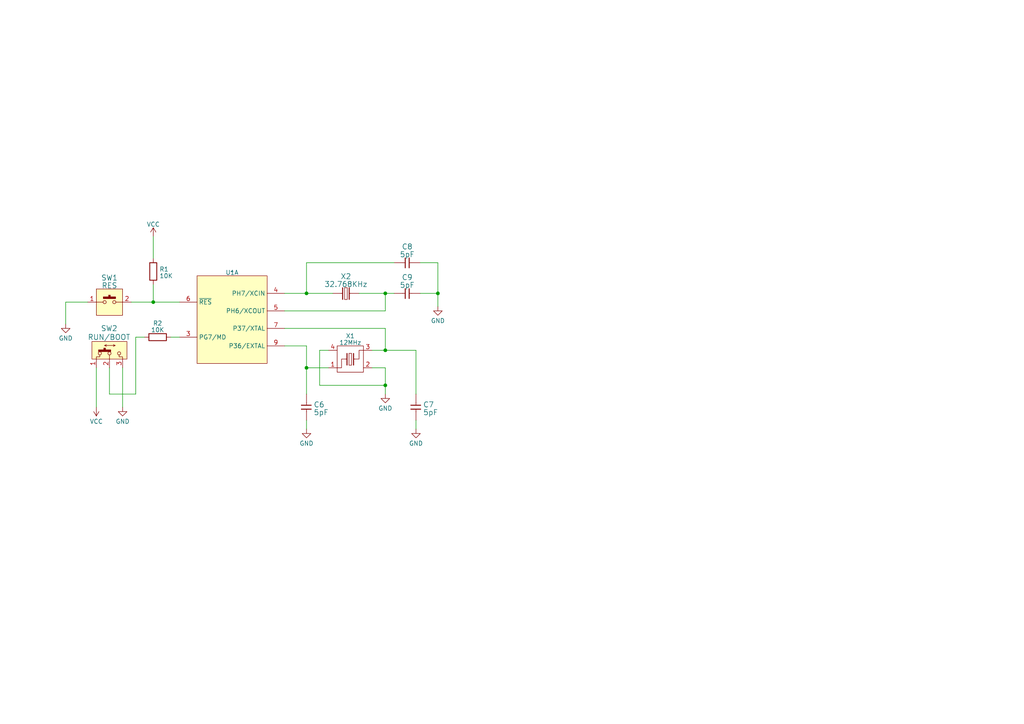
<source format=kicad_sch>
(kicad_sch (version 20230121) (generator eeschema)

  (uuid c9cf21ca-76fa-4cee-82a4-9fb166dfa619)

  (paper "A4")

  (lib_symbols
    (symbol "akizuki:2P-SW" (pin_names (offset 1.016)) (in_bom yes) (on_board yes)
      (property "Reference" "SW" (at 1.27 5.08 0)
        (effects (font (size 1.524 1.524)))
      )
      (property "Value" "2P-SW" (at -1.27 -5.08 0)
        (effects (font (size 1.524 1.524)))
      )
      (property "Footprint" "" (at 0.127 0 0)
        (effects (font (size 1.524 1.524)))
      )
      (property "Datasheet" "" (at 0.127 0 0)
        (effects (font (size 1.524 1.524)))
      )
      (property "ki_fp_filters" "IDC-4" (at 0 0 0)
        (effects (font (size 1.27 1.27)) hide)
      )
      (symbol "2P-SW_0_1"
        (rectangle (start -3.81 3.81) (end 3.81 -3.81)
          (stroke (width 0) (type default))
          (fill (type background))
        )
        (rectangle (start -1.778 1.524) (end 1.778 1.016)
          (stroke (width 0) (type default))
          (fill (type outline))
        )
        (circle (center -1.397 0) (radius 0.4572)
          (stroke (width 0) (type default))
          (fill (type none))
        )
        (rectangle (start -0.254 1.524) (end 0.254 2.032)
          (stroke (width 0) (type default))
          (fill (type outline))
        )
        (polyline
          (pts
            (xy -3.81 0)
            (xy -1.905 0)
          )
          (stroke (width 0) (type default))
          (fill (type none))
        )
        (polyline
          (pts
            (xy 1.905 0)
            (xy 3.81 0)
          )
          (stroke (width 0) (type default))
          (fill (type none))
        )
        (circle (center 1.397 0) (radius 0.4572)
          (stroke (width 0) (type default))
          (fill (type none))
        )
      )
      (symbol "2P-SW_1_1"
        (pin input line (at -6.35 0 0) (length 2.54)
          (name "~" (effects (font (size 1.27 1.27))))
          (number "1" (effects (font (size 1.27 1.27))))
        )
        (pin input line (at 6.35 0 180) (length 2.54)
          (name "~" (effects (font (size 1.27 1.27))))
          (number "2" (effects (font (size 1.27 1.27))))
        )
      )
    )
    (symbol "akizuki:3P-SW" (pin_names (offset 1.016)) (in_bom yes) (on_board yes)
      (property "Reference" "SW" (at 1.27 6.35 0)
        (effects (font (size 1.524 1.524)))
      )
      (property "Value" "3P-SW" (at -1.27 -6.35 0)
        (effects (font (size 1.524 1.524)))
      )
      (property "Footprint" "" (at -0.381 0 0)
        (effects (font (size 1.524 1.524)))
      )
      (property "Datasheet" "" (at -0.381 0 0)
        (effects (font (size 1.524 1.524)))
      )
      (property "ki_fp_filters" "IL-3" (at 0 0 0)
        (effects (font (size 1.27 1.27)) hide)
      )
      (symbol "3P-SW_0_1"
        (rectangle (start -2.54 5.08) (end 2.54 -5.08)
          (stroke (width 0) (type default))
          (fill (type background))
        )
        (circle (center -0.889 -2.794) (radius 0.4572)
          (stroke (width 0) (type default))
          (fill (type none))
        )
        (circle (center -0.889 0) (radius 0.4572)
          (stroke (width 0) (type default))
          (fill (type none))
        )
        (circle (center -0.889 2.794) (radius 0.4572)
          (stroke (width 0) (type default))
          (fill (type none))
        )
        (polyline
          (pts
            (xy -1.397 0)
            (xy -2.54 0)
          )
          (stroke (width 0) (type default))
          (fill (type none))
        )
        (polyline
          (pts
            (xy 1.397 -1.651)
            (xy 1.651 -1.143)
          )
          (stroke (width 0) (type default))
          (fill (type none))
        )
        (polyline
          (pts
            (xy 1.397 1.397)
            (xy 1.143 0.889)
          )
          (stroke (width 0) (type default))
          (fill (type none))
        )
        (polyline
          (pts
            (xy 1.397 1.397)
            (xy 1.651 0.889)
          )
          (stroke (width 0) (type default))
          (fill (type none))
        )
        (polyline
          (pts
            (xy 1.397 1.397)
            (xy 1.397 -1.651)
            (xy 1.143 -1.143)
          )
          (stroke (width 0) (type default))
          (fill (type none))
        )
        (polyline
          (pts
            (xy -1.397 -2.794)
            (xy -1.905 -2.794)
            (xy -1.905 -3.81)
            (xy -2.54 -3.81)
          )
          (stroke (width 0) (type default))
          (fill (type none))
        )
        (polyline
          (pts
            (xy -1.397 2.794)
            (xy -1.905 2.794)
            (xy -1.905 3.81)
            (xy -2.54 3.81)
          )
          (stroke (width 0) (type default))
          (fill (type none))
        )
        (rectangle (start 0.127 -0.381) (end -0.381 3.175)
          (stroke (width 0) (type default))
          (fill (type outline))
        )
        (rectangle (start 0.127 1.143) (end 0.635 1.651)
          (stroke (width 0) (type default))
          (fill (type outline))
        )
      )
      (symbol "3P-SW_1_1"
        (pin input line (at -5.08 3.81 0) (length 2.54)
          (name "~" (effects (font (size 1.27 1.27))))
          (number "1" (effects (font (size 1.27 1.27))))
        )
        (pin input line (at -5.08 0 0) (length 2.54)
          (name "~" (effects (font (size 1.27 1.27))))
          (number "2" (effects (font (size 1.27 1.27))))
        )
        (pin input line (at -5.08 -3.81 0) (length 2.54)
          (name "~" (effects (font (size 1.27 1.27))))
          (number "3" (effects (font (size 1.27 1.27))))
        )
      )
    )
    (symbol "akizuki:C" (pin_numbers hide) (pin_names (offset 1.016) hide) (in_bom yes) (on_board yes)
      (property "Reference" "C" (at 2.54 2.54 0)
        (effects (font (size 1.524 1.524)))
      )
      (property "Value" "C" (at -2.54 -2.54 0)
        (effects (font (size 1.524 1.524)))
      )
      (property "Footprint" "" (at 0 0 90)
        (effects (font (size 1.524 1.524)) hide)
      )
      (property "Datasheet" "" (at 0 0 90)
        (effects (font (size 1.524 1.524)) hide)
      )
      (property "ki_fp_filters" "RAD-0.2 1608" (at 0 0 0)
        (effects (font (size 1.27 1.27)) hide)
      )
      (symbol "C_0_1"
        (rectangle (start -1.524 -0.508) (end 1.397 -0.635)
          (stroke (width 0) (type default))
          (fill (type none))
        )
        (rectangle (start -1.524 0.635) (end 1.397 0.508)
          (stroke (width 0) (type default))
          (fill (type none))
        )
        (rectangle (start 0 -0.635) (end 0 -1.27)
          (stroke (width 0) (type default))
          (fill (type none))
        )
        (rectangle (start 0 1.27) (end 0 0.635)
          (stroke (width 0) (type default))
          (fill (type none))
        )
      )
      (symbol "C_1_1"
        (pin passive line (at 0 -3.81 90) (length 2.54)
          (name "~" (effects (font (size 1.27 1.27))))
          (number "1" (effects (font (size 1.27 1.27))))
        )
        (pin passive line (at 0 3.81 270) (length 2.54)
          (name "~" (effects (font (size 1.27 1.27))))
          (number "2" (effects (font (size 1.27 1.27))))
        )
      )
    )
    (symbol "akizuki:CRYSTAL" (pin_numbers hide) (pin_names (offset 1.016) hide) (in_bom yes) (on_board yes)
      (property "Reference" "X" (at 2.54 2.54 0)
        (effects (font (size 1.524 1.524)))
      )
      (property "Value" "CRYSTAL" (at -2.54 -2.54 0)
        (effects (font (size 1.524 1.524)))
      )
      (property "Footprint" "Crystal:Crystal_SMD_HC49-SD_HandSoldering" (at 0 0 90)
        (effects (font (size 1.524 1.524)) hide)
      )
      (property "Datasheet" "" (at 0 0 90)
        (effects (font (size 1.524 1.524)) hide)
      )
      (property "ki_description" "HC49 SMD Hand" (at 0 0 0)
        (effects (font (size 1.27 1.27)) hide)
      )
      (property "ki_fp_filters" "RAD-0.2" (at 0 0 0)
        (effects (font (size 1.27 1.27)) hide)
      )
      (symbol "CRYSTAL_0_0"
        (rectangle (start -1.778 0.381) (end 1.651 -0.381)
          (stroke (width 0) (type default))
          (fill (type none))
        )
        (polyline
          (pts
            (xy 0 -1.016)
            (xy 0 -1.27)
          )
          (stroke (width 0) (type default))
          (fill (type none))
        )
        (polyline
          (pts
            (xy 0 1.27)
            (xy 0 1.016)
          )
          (stroke (width 0) (type default))
          (fill (type none))
        )
      )
      (symbol "CRYSTAL_0_1"
        (rectangle (start -1.778 -0.889) (end 1.651 -1.016)
          (stroke (width 0) (type default))
          (fill (type none))
        )
        (rectangle (start -1.778 1.016) (end 1.651 0.889)
          (stroke (width 0) (type default))
          (fill (type none))
        )
      )
      (symbol "CRYSTAL_1_1"
        (pin passive line (at 0 -3.81 90) (length 2.54)
          (name "~" (effects (font (size 1.27 1.27))))
          (number "1" (effects (font (size 1.27 1.27))))
        )
        (pin passive line (at 0 3.81 270) (length 2.54)
          (name "~" (effects (font (size 1.27 1.27))))
          (number "2" (effects (font (size 1.27 1.27))))
        )
      )
    )
    (symbol "akizuki:CRYSTAL4" (pin_names (offset 1.016)) (in_bom yes) (on_board yes)
      (property "Reference" "X" (at 0 5.08 0)
        (effects (font (size 1.27 1.27)))
      )
      (property "Value" "CRYSTAL4" (at 0 -5.08 0)
        (effects (font (size 1.27 1.27)))
      )
      (property "Footprint" "Crystal:Crystal_SMD_2016-4Pin_2.0x1.6mm" (at 0 0 90)
        (effects (font (size 1.27 1.27)) hide)
      )
      (property "Datasheet" "" (at 0 0 90)
        (effects (font (size 1.27 1.27)) hide)
      )
      (property "ki_keywords" "SMD CRYSTAL" (at 0 0 0)
        (effects (font (size 1.27 1.27)) hide)
      )
      (property "ki_description" "Miniature Size Low Profile SMD" (at 0 0 0)
        (effects (font (size 1.27 1.27)) hide)
      )
      (symbol "CRYSTAL4_0_1"
        (rectangle (start -3.81 3.81) (end 3.81 -3.81)
          (stroke (width 0) (type default))
          (fill (type none))
        )
        (polyline
          (pts
            (xy -3.81 -2.54)
            (xy -2.54 -2.54)
            (xy -2.54 0)
            (xy -1.27 0)
          )
          (stroke (width 0) (type default))
          (fill (type none))
        )
        (polyline
          (pts
            (xy 1.27 0)
            (xy 2.54 0)
            (xy 2.54 2.54)
            (xy 3.81 2.54)
          )
          (stroke (width 0) (type default))
          (fill (type none))
        )
      )
      (symbol "CRYSTAL4_1_1"
        (rectangle (start -1.016 -1.778) (end -0.889 1.651)
          (stroke (width 0) (type default))
          (fill (type none))
        )
        (rectangle (start -0.381 -1.778) (end 0.381 1.651)
          (stroke (width 0) (type default))
          (fill (type none))
        )
        (polyline
          (pts
            (xy -1.27 0)
            (xy -1.016 0)
          )
          (stroke (width 0) (type default))
          (fill (type none))
        )
        (polyline
          (pts
            (xy 1.016 0)
            (xy 1.27 0)
          )
          (stroke (width 0) (type default))
          (fill (type none))
        )
        (rectangle (start 0.889 -1.778) (end 1.016 1.651)
          (stroke (width 0) (type default))
          (fill (type none))
        )
        (pin passive line (at -6.35 -2.54 0) (length 2.54)
          (name "~" (effects (font (size 1.27 1.27))))
          (number "1" (effects (font (size 1.27 1.27))))
        )
        (pin passive line (at 6.35 -2.54 180) (length 2.54)
          (name "~" (effects (font (size 1.27 1.27))))
          (number "2" (effects (font (size 1.27 1.27))))
        )
        (pin passive line (at 6.35 2.54 180) (length 2.54)
          (name "~" (effects (font (size 1.27 1.27))))
          (number "3" (effects (font (size 1.27 1.27))))
        )
        (pin passive line (at -6.35 2.54 0) (length 2.54)
          (name "~" (effects (font (size 1.27 1.27))))
          (number "4" (effects (font (size 1.27 1.27))))
        )
      )
    )
    (symbol "akizuki:R" (pin_numbers hide) (pin_names (offset 0)) (in_bom yes) (on_board yes)
      (property "Reference" "R" (at 0 2.54 0)
        (effects (font (size 1.27 1.27)))
      )
      (property "Value" "R" (at 0 -2.54 0)
        (effects (font (size 1.27 1.27)))
      )
      (property "Footprint" "" (at 0 -1.778 0)
        (effects (font (size 1.27 1.27)) hide)
      )
      (property "Datasheet" "" (at 0 0 90)
        (effects (font (size 1.27 1.27)) hide)
      )
      (property "ki_keywords" "R DEV" (at 0 0 0)
        (effects (font (size 1.27 1.27)) hide)
      )
      (property "ki_description" "Resistor" (at 0 0 0)
        (effects (font (size 1.27 1.27)) hide)
      )
      (property "ki_fp_filters" "R_* Resistor_*" (at 0 0 0)
        (effects (font (size 1.27 1.27)) hide)
      )
      (symbol "R_0_1"
        (rectangle (start 2.54 -1.016) (end -2.54 1.016)
          (stroke (width 0.254) (type default))
          (fill (type none))
        )
      )
      (symbol "R_1_1"
        (pin passive line (at -3.81 0 0) (length 1.27)
          (name "~" (effects (font (size 1.27 1.27))))
          (number "1" (effects (font (size 1.27 1.27))))
        )
        (pin passive line (at 3.81 0 180) (length 1.27)
          (name "~" (effects (font (size 1.27 1.27))))
          (number "2" (effects (font (size 1.27 1.27))))
        )
      )
    )
    (symbol "power:GND" (power) (pin_names (offset 0)) (in_bom yes) (on_board yes)
      (property "Reference" "#PWR" (at 0 -6.35 0)
        (effects (font (size 1.27 1.27)) hide)
      )
      (property "Value" "GND" (at 0 -3.81 0)
        (effects (font (size 1.27 1.27)))
      )
      (property "Footprint" "" (at 0 0 0)
        (effects (font (size 1.27 1.27)) hide)
      )
      (property "Datasheet" "" (at 0 0 0)
        (effects (font (size 1.27 1.27)) hide)
      )
      (property "ki_keywords" "global power" (at 0 0 0)
        (effects (font (size 1.27 1.27)) hide)
      )
      (property "ki_description" "Power symbol creates a global label with name \"GND\" , ground" (at 0 0 0)
        (effects (font (size 1.27 1.27)) hide)
      )
      (symbol "GND_0_1"
        (polyline
          (pts
            (xy 0 0)
            (xy 0 -1.27)
            (xy 1.27 -1.27)
            (xy 0 -2.54)
            (xy -1.27 -1.27)
            (xy 0 -1.27)
          )
          (stroke (width 0) (type default))
          (fill (type none))
        )
      )
      (symbol "GND_1_1"
        (pin power_in line (at 0 0 270) (length 0) hide
          (name "GND" (effects (font (size 1.27 1.27))))
          (number "1" (effects (font (size 1.27 1.27))))
        )
      )
    )
    (symbol "power:VCC" (power) (pin_names (offset 0)) (in_bom yes) (on_board yes)
      (property "Reference" "#PWR" (at 0 -3.81 0)
        (effects (font (size 1.27 1.27)) hide)
      )
      (property "Value" "VCC" (at 0 3.81 0)
        (effects (font (size 1.27 1.27)))
      )
      (property "Footprint" "" (at 0 0 0)
        (effects (font (size 1.27 1.27)) hide)
      )
      (property "Datasheet" "" (at 0 0 0)
        (effects (font (size 1.27 1.27)) hide)
      )
      (property "ki_keywords" "global power" (at 0 0 0)
        (effects (font (size 1.27 1.27)) hide)
      )
      (property "ki_description" "Power symbol creates a global label with name \"VCC\"" (at 0 0 0)
        (effects (font (size 1.27 1.27)) hide)
      )
      (symbol "VCC_0_1"
        (polyline
          (pts
            (xy -0.762 1.27)
            (xy 0 2.54)
          )
          (stroke (width 0) (type default))
          (fill (type none))
        )
        (polyline
          (pts
            (xy 0 0)
            (xy 0 2.54)
          )
          (stroke (width 0) (type default))
          (fill (type none))
        )
        (polyline
          (pts
            (xy 0 2.54)
            (xy 0.762 1.27)
          )
          (stroke (width 0) (type default))
          (fill (type none))
        )
      )
      (symbol "VCC_1_1"
        (pin power_in line (at 0 0 90) (length 0) hide
          (name "VCC" (effects (font (size 1.27 1.27))))
          (number "1" (effects (font (size 1.27 1.27))))
        )
      )
    )
    (symbol "renesas:RX140_64" (in_bom yes) (on_board yes)
      (property "Reference" "U" (at 0 53.34 0)
        (effects (font (size 1.27 1.27)))
      )
      (property "Value" "" (at 0 13.97 0)
        (effects (font (size 1.27 1.27)))
      )
      (property "Footprint" "Package_QFP:LQFP-64_10x10mm_P0.5mm" (at 0 55.88 0)
        (effects (font (size 1.27 1.27)) hide)
      )
      (property "Datasheet" "" (at 0 13.97 0)
        (effects (font (size 1.27 1.27)) hide)
      )
      (property "ki_locked" "" (at 0 0 0)
        (effects (font (size 1.27 1.27)))
      )
      (property "ki_keywords" "RX140" (at 0 0 0)
        (effects (font (size 1.27 1.27)) hide)
      )
      (property "ki_description" "Renesas 32ビットマイクロコンピュータ RX140 64ピンLFQFP" (at 0 0 0)
        (effects (font (size 1.27 1.27)) hide)
      )
      (symbol "RX140_64_1_1"
        (rectangle (start -10.16 12.7) (end 10.16 -12.7)
          (stroke (width 0) (type default))
          (fill (type background))
        )
        (pin bidirectional line (at -15.24 -5.08 0) (length 5.08)
          (name "PG7/MD" (effects (font (size 1.27 1.27))))
          (number "3" (effects (font (size 1.27 1.27))))
        )
        (pin input line (at 15.24 7.62 180) (length 5.08)
          (name "PH7/XCIN" (effects (font (size 1.27 1.27))))
          (number "4" (effects (font (size 1.27 1.27))))
        )
        (pin output line (at 15.24 2.54 180) (length 5.08)
          (name "PH6/XCOUT" (effects (font (size 1.27 1.27))))
          (number "5" (effects (font (size 1.27 1.27))))
        )
        (pin input line (at -15.24 5.08 0) (length 5.08)
          (name "~{RES}" (effects (font (size 1.27 1.27))))
          (number "6" (effects (font (size 1.27 1.27))))
        )
        (pin input line (at 15.24 -2.54 180) (length 5.08)
          (name "P37/XTAL" (effects (font (size 1.27 1.27))))
          (number "7" (effects (font (size 1.27 1.27))))
        )
        (pin output line (at 15.24 -7.62 180) (length 5.08)
          (name "P36/EXTAL" (effects (font (size 1.27 1.27))))
          (number "9" (effects (font (size 1.27 1.27))))
        )
      )
      (symbol "RX140_64_2_1"
        (rectangle (start -15.24 17.78) (end 15.24 -16.51)
          (stroke (width 0) (type default))
          (fill (type background))
        )
        (pin power_in line (at -10.16 22.86 270) (length 5.08)
          (name "VCC" (effects (font (size 1.27 1.27))))
          (number "10" (effects (font (size 1.27 1.27))))
        )
        (pin input line (at -20.32 0 0) (length 5.08)
          (name "VCL" (effects (font (size 1.27 1.27))))
          (number "2" (effects (font (size 1.27 1.27))))
        )
        (pin power_in line (at -7.62 22.86 270) (length 5.08)
          (name "VCC" (effects (font (size 1.27 1.27))))
          (number "38" (effects (font (size 1.27 1.27))))
        )
        (pin power_in line (at -7.62 -21.59 90) (length 5.08)
          (name "VSS" (effects (font (size 1.27 1.27))))
          (number "40" (effects (font (size 1.27 1.27))))
        )
        (pin input line (at 20.32 -8.89 180) (length 5.08)
          (name "VREFL0/PJ7" (effects (font (size 1.27 1.27))))
          (number "59" (effects (font (size 1.27 1.27))))
        )
        (pin input line (at 20.32 8.89 180) (length 5.08)
          (name "VREFH0/PJ6" (effects (font (size 1.27 1.27))))
          (number "61" (effects (font (size 1.27 1.27))))
        )
        (pin input line (at 5.08 22.86 270) (length 5.08)
          (name "AVCC0" (effects (font (size 1.27 1.27))))
          (number "62" (effects (font (size 1.27 1.27))))
        )
        (pin input line (at 5.08 -21.59 90) (length 5.08)
          (name "AVSS0" (effects (font (size 1.27 1.27))))
          (number "64" (effects (font (size 1.27 1.27))))
        )
        (pin power_in line (at -10.16 -21.59 90) (length 5.08)
          (name "VSS" (effects (font (size 1.27 1.27))))
          (number "8" (effects (font (size 1.27 1.27))))
        )
      )
      (symbol "RX140_64_3_1"
        (rectangle (start -10.16 52.07) (end 10.16 -52.07)
          (stroke (width 0) (type default))
          (fill (type background))
        )
        (pin bidirectional line (at -15.24 41.91 0) (length 5.08)
          (name "P03" (effects (font (size 1.27 1.27))))
          (number "1" (effects (font (size 1.27 1.27))))
        )
        (pin bidirectional line (at -15.24 -41.91 0) (length 5.08)
          (name "P35" (effects (font (size 1.27 1.27))))
          (number "11" (effects (font (size 1.27 1.27))))
        )
        (pin bidirectional line (at -15.24 -34.29 0) (length 5.08)
          (name "P32" (effects (font (size 1.27 1.27))))
          (number "12" (effects (font (size 1.27 1.27))))
        )
        (pin bidirectional line (at -15.24 -31.75 0) (length 5.08)
          (name "P31" (effects (font (size 1.27 1.27))))
          (number "13" (effects (font (size 1.27 1.27))))
        )
        (pin bidirectional line (at -15.24 -29.21 0) (length 5.08)
          (name "P30" (effects (font (size 1.27 1.27))))
          (number "14" (effects (font (size 1.27 1.27))))
        )
        (pin bidirectional line (at -15.24 -21.59 0) (length 5.08)
          (name "P27" (effects (font (size 1.27 1.27))))
          (number "15" (effects (font (size 1.27 1.27))))
        )
        (pin bidirectional line (at -15.24 -19.05 0) (length 5.08)
          (name "P26" (effects (font (size 1.27 1.27))))
          (number "16" (effects (font (size 1.27 1.27))))
        )
        (pin bidirectional line (at -15.24 3.81 0) (length 5.08)
          (name "P17" (effects (font (size 1.27 1.27))))
          (number "17" (effects (font (size 1.27 1.27))))
        )
        (pin bidirectional line (at -15.24 6.35 0) (length 5.08)
          (name "P16" (effects (font (size 1.27 1.27))))
          (number "18" (effects (font (size 1.27 1.27))))
        )
        (pin bidirectional line (at -15.24 8.89 0) (length 5.08)
          (name "P15" (effects (font (size 1.27 1.27))))
          (number "19" (effects (font (size 1.27 1.27))))
        )
        (pin bidirectional line (at -15.24 11.43 0) (length 5.08)
          (name "P14" (effects (font (size 1.27 1.27))))
          (number "20" (effects (font (size 1.27 1.27))))
        )
        (pin bidirectional line (at 15.24 -16.51 180) (length 5.08)
          (name "P55" (effects (font (size 1.27 1.27))))
          (number "25" (effects (font (size 1.27 1.27))))
        )
        (pin bidirectional line (at 15.24 -13.97 180) (length 5.08)
          (name "P54" (effects (font (size 1.27 1.27))))
          (number "26" (effects (font (size 1.27 1.27))))
        )
        (pin bidirectional line (at 15.24 -46.99 180) (length 5.08)
          (name "P47" (effects (font (size 1.27 1.27))))
          (number "52" (effects (font (size 1.27 1.27))))
        )
        (pin bidirectional line (at 15.24 -44.45 180) (length 5.08)
          (name "P46" (effects (font (size 1.27 1.27))))
          (number "53" (effects (font (size 1.27 1.27))))
        )
        (pin bidirectional line (at 15.24 -41.91 180) (length 5.08)
          (name "P45" (effects (font (size 1.27 1.27))))
          (number "54" (effects (font (size 1.27 1.27))))
        )
        (pin bidirectional line (at 15.24 -39.37 180) (length 5.08)
          (name "P44" (effects (font (size 1.27 1.27))))
          (number "55" (effects (font (size 1.27 1.27))))
        )
        (pin bidirectional line (at 15.24 -36.83 180) (length 5.08)
          (name "P43" (effects (font (size 1.27 1.27))))
          (number "56" (effects (font (size 1.27 1.27))))
        )
        (pin bidirectional line (at 15.24 -34.29 180) (length 5.08)
          (name "P42" (effects (font (size 1.27 1.27))))
          (number "57" (effects (font (size 1.27 1.27))))
        )
        (pin bidirectional line (at 15.24 -31.75 180) (length 5.08)
          (name "P41" (effects (font (size 1.27 1.27))))
          (number "58" (effects (font (size 1.27 1.27))))
        )
        (pin bidirectional line (at 15.24 -29.21 180) (length 5.08)
          (name "P40" (effects (font (size 1.27 1.27))))
          (number "60" (effects (font (size 1.27 1.27))))
        )
        (pin bidirectional line (at -15.24 34.29 0) (length 5.08)
          (name "P05" (effects (font (size 1.27 1.27))))
          (number "63" (effects (font (size 1.27 1.27))))
        )
      )
      (symbol "RX140_64_4_1"
        (rectangle (start -10.16 50.8) (end 10.16 -53.34)
          (stroke (width 0) (type default))
          (fill (type background))
        )
        (pin bidirectional line (at 15.24 38.1 180) (length 5.08)
          (name "PH3" (effects (font (size 1.27 1.27))))
          (number "21" (effects (font (size 1.27 1.27))))
        )
        (pin bidirectional line (at 15.24 40.64 180) (length 5.08)
          (name "PH2" (effects (font (size 1.27 1.27))))
          (number "22" (effects (font (size 1.27 1.27))))
        )
        (pin bidirectional line (at 15.24 43.18 180) (length 5.08)
          (name "PH1" (effects (font (size 1.27 1.27))))
          (number "23" (effects (font (size 1.27 1.27))))
        )
        (pin bidirectional line (at 15.24 45.72 180) (length 5.08)
          (name "PH0" (effects (font (size 1.27 1.27))))
          (number "24" (effects (font (size 1.27 1.27))))
        )
        (pin bidirectional line (at 15.24 -48.26 180) (length 5.08)
          (name "PC7" (effects (font (size 1.27 1.27))))
          (number "27" (effects (font (size 1.27 1.27))))
        )
        (pin bidirectional line (at 15.24 -45.72 180) (length 5.08)
          (name "PC6" (effects (font (size 1.27 1.27))))
          (number "28" (effects (font (size 1.27 1.27))))
        )
        (pin bidirectional line (at 15.24 -43.18 180) (length 5.08)
          (name "PC5" (effects (font (size 1.27 1.27))))
          (number "29" (effects (font (size 1.27 1.27))))
        )
        (pin bidirectional line (at 15.24 -40.64 180) (length 5.08)
          (name "PC4" (effects (font (size 1.27 1.27))))
          (number "30" (effects (font (size 1.27 1.27))))
        )
        (pin bidirectional line (at 15.24 -38.1 180) (length 5.08)
          (name "PC3" (effects (font (size 1.27 1.27))))
          (number "31" (effects (font (size 1.27 1.27))))
        )
        (pin bidirectional line (at 15.24 -35.56 180) (length 5.08)
          (name "PC2" (effects (font (size 1.27 1.27))))
          (number "32" (effects (font (size 1.27 1.27))))
        )
        (pin bidirectional line (at -15.24 -48.26 0) (length 5.08)
          (name "PB7/PC1" (effects (font (size 1.27 1.27))))
          (number "33" (effects (font (size 1.27 1.27))))
        )
        (pin bidirectional line (at -15.24 -45.72 0) (length 5.08)
          (name "PB6/PC0" (effects (font (size 1.27 1.27))))
          (number "34" (effects (font (size 1.27 1.27))))
        )
        (pin bidirectional line (at -15.24 -43.18 0) (length 5.08)
          (name "PB5" (effects (font (size 1.27 1.27))))
          (number "35" (effects (font (size 1.27 1.27))))
        )
        (pin bidirectional line (at -15.24 -38.1 0) (length 5.08)
          (name "PB3" (effects (font (size 1.27 1.27))))
          (number "36" (effects (font (size 1.27 1.27))))
        )
        (pin bidirectional line (at -15.24 -33.02 0) (length 5.08)
          (name "PB1" (effects (font (size 1.27 1.27))))
          (number "37" (effects (font (size 1.27 1.27))))
        )
        (pin bidirectional line (at -15.24 -30.48 0) (length 5.08)
          (name "PB0" (effects (font (size 1.27 1.27))))
          (number "39" (effects (font (size 1.27 1.27))))
        )
        (pin bidirectional line (at -15.24 -20.32 0) (length 5.08)
          (name "PA6" (effects (font (size 1.27 1.27))))
          (number "41" (effects (font (size 1.27 1.27))))
        )
        (pin bidirectional line (at -15.24 -15.24 0) (length 5.08)
          (name "PA4" (effects (font (size 1.27 1.27))))
          (number "42" (effects (font (size 1.27 1.27))))
        )
        (pin bidirectional line (at -15.24 -12.7 0) (length 5.08)
          (name "PA3" (effects (font (size 1.27 1.27))))
          (number "43" (effects (font (size 1.27 1.27))))
        )
        (pin bidirectional line (at -15.24 -7.62 0) (length 5.08)
          (name "PA1" (effects (font (size 1.27 1.27))))
          (number "44" (effects (font (size 1.27 1.27))))
        )
        (pin bidirectional line (at -15.24 -5.08 0) (length 5.08)
          (name "PA0" (effects (font (size 1.27 1.27))))
          (number "45" (effects (font (size 1.27 1.27))))
        )
        (pin bidirectional line (at 15.24 7.62 180) (length 5.08)
          (name "PE5" (effects (font (size 1.27 1.27))))
          (number "46" (effects (font (size 1.27 1.27))))
        )
        (pin bidirectional line (at 15.24 10.16 180) (length 5.08)
          (name "PE4" (effects (font (size 1.27 1.27))))
          (number "47" (effects (font (size 1.27 1.27))))
        )
        (pin bidirectional line (at 15.24 12.7 180) (length 5.08)
          (name "PE3" (effects (font (size 1.27 1.27))))
          (number "48" (effects (font (size 1.27 1.27))))
        )
        (pin bidirectional line (at 15.24 15.24 180) (length 5.08)
          (name "PE2" (effects (font (size 1.27 1.27))))
          (number "49" (effects (font (size 1.27 1.27))))
        )
        (pin bidirectional line (at 15.24 17.78 180) (length 5.08)
          (name "PE1" (effects (font (size 1.27 1.27))))
          (number "50" (effects (font (size 1.27 1.27))))
        )
        (pin bidirectional line (at 15.24 20.32 180) (length 5.08)
          (name "PE0" (effects (font (size 1.27 1.27))))
          (number "51" (effects (font (size 1.27 1.27))))
        )
      )
    )
  )

  (junction (at 88.9 85.09) (diameter 0) (color 0 0 0 0)
    (uuid 1f149df4-d204-401e-8b92-f986cb1b5e17)
  )
  (junction (at 111.76 85.09) (diameter 0) (color 0 0 0 0)
    (uuid 8c27a469-a3d0-46bc-ac08-024a504560ad)
  )
  (junction (at 127 85.09) (diameter 0) (color 0 0 0 0)
    (uuid ad9b2664-4db1-4414-9f32-52f3b52a6355)
  )
  (junction (at 44.45 87.63) (diameter 0) (color 0 0 0 0)
    (uuid b582a9e6-c7f5-4888-9b2e-5f2a5b2d82be)
  )
  (junction (at 88.9 106.68) (diameter 0) (color 0 0 0 0)
    (uuid bb25aae8-c6b7-41ff-967c-d0ff21829077)
  )
  (junction (at 111.76 101.6) (diameter 0) (color 0 0 0 0)
    (uuid cf174fec-f4d6-40e7-b1ef-b4bd83ac67b2)
  )
  (junction (at 111.76 111.76) (diameter 0) (color 0 0 0 0)
    (uuid ed5d6ec0-7236-4228-95a6-37c99cb7edf3)
  )

  (wire (pts (xy 88.9 85.09) (xy 96.52 85.09))
    (stroke (width 0) (type default))
    (uuid 049739c0-47f9-46a2-9b2f-6ab8ce7fc5a4)
  )
  (wire (pts (xy 120.65 114.3) (xy 120.65 101.6))
    (stroke (width 0) (type default))
    (uuid 09f7608a-0f92-4356-b02e-f480ed75d00e)
  )
  (wire (pts (xy 92.71 111.76) (xy 111.76 111.76))
    (stroke (width 0) (type default))
    (uuid 0fe66a1c-09f7-43f6-9a00-868b963d49ab)
  )
  (wire (pts (xy 121.92 85.09) (xy 127 85.09))
    (stroke (width 0) (type default))
    (uuid 1486ba4c-627e-462e-971c-9ab0ad85c33a)
  )
  (wire (pts (xy 111.76 111.76) (xy 111.76 106.68))
    (stroke (width 0) (type default))
    (uuid 1a2d2d8a-f32c-4ed7-8e1b-fab45fcec400)
  )
  (wire (pts (xy 111.76 85.09) (xy 114.3 85.09))
    (stroke (width 0) (type default))
    (uuid 233773c1-d50d-4bbb-8abf-39014d1ff1c9)
  )
  (wire (pts (xy 107.95 101.6) (xy 111.76 101.6))
    (stroke (width 0) (type default))
    (uuid 2623c623-2102-4131-b54f-1d86f568722f)
  )
  (wire (pts (xy 44.45 82.55) (xy 44.45 87.63))
    (stroke (width 0) (type default))
    (uuid 2e294ce5-922c-4362-ad85-22a0d94f1af2)
  )
  (wire (pts (xy 104.14 85.09) (xy 111.76 85.09))
    (stroke (width 0) (type default))
    (uuid 32f3ec73-8ef0-4932-aab6-823330579c67)
  )
  (wire (pts (xy 44.45 87.63) (xy 52.07 87.63))
    (stroke (width 0) (type default))
    (uuid 39b4240d-7289-4eb9-a693-60c1c0ecdc41)
  )
  (wire (pts (xy 120.65 121.92) (xy 120.65 124.46))
    (stroke (width 0) (type default))
    (uuid 40d68076-7d7f-4508-b5d2-d11687bc3256)
  )
  (wire (pts (xy 111.76 90.17) (xy 111.76 85.09))
    (stroke (width 0) (type default))
    (uuid 42b10305-34df-43ef-8fa5-5fe5ec933aa2)
  )
  (wire (pts (xy 31.75 114.3) (xy 39.37 114.3))
    (stroke (width 0) (type default))
    (uuid 44499660-82b5-4ef9-b1bf-68519d58e725)
  )
  (wire (pts (xy 27.94 106.68) (xy 27.94 118.11))
    (stroke (width 0) (type default))
    (uuid 506c537c-ca10-4493-878f-bd39591f473c)
  )
  (wire (pts (xy 107.95 106.68) (xy 111.76 106.68))
    (stroke (width 0) (type default))
    (uuid 5d29fbf8-c171-4fcf-84cb-9110961f1542)
  )
  (wire (pts (xy 19.05 87.63) (xy 19.05 93.98))
    (stroke (width 0) (type default))
    (uuid 61391738-ab52-4933-afa5-ff3d449687e2)
  )
  (wire (pts (xy 44.45 68.58) (xy 44.45 74.93))
    (stroke (width 0) (type default))
    (uuid 6a6517b6-5a34-402f-8897-09129c9f0d3f)
  )
  (wire (pts (xy 95.25 101.6) (xy 92.71 101.6))
    (stroke (width 0) (type default))
    (uuid 727837c8-8670-4589-a2cd-fd219348d092)
  )
  (wire (pts (xy 88.9 106.68) (xy 88.9 100.33))
    (stroke (width 0) (type default))
    (uuid 7711589c-bc54-448e-b0f3-a825f3730128)
  )
  (wire (pts (xy 82.55 100.33) (xy 88.9 100.33))
    (stroke (width 0) (type default))
    (uuid 7cbab525-bf05-4a5d-8ed4-397709be04f3)
  )
  (wire (pts (xy 88.9 76.2) (xy 114.3 76.2))
    (stroke (width 0) (type default))
    (uuid 7d70a062-7ba7-4f08-af5e-aeae5a67775c)
  )
  (wire (pts (xy 49.53 97.79) (xy 52.07 97.79))
    (stroke (width 0) (type default))
    (uuid 9c35c375-1c24-43c6-99e0-335a2011b803)
  )
  (wire (pts (xy 82.55 85.09) (xy 88.9 85.09))
    (stroke (width 0) (type default))
    (uuid a144aacc-16a9-4406-8059-9d48bfa2f985)
  )
  (wire (pts (xy 111.76 111.76) (xy 111.76 114.3))
    (stroke (width 0) (type default))
    (uuid b6234afe-9bb2-4b71-9d06-06268072d9cb)
  )
  (wire (pts (xy 39.37 97.79) (xy 41.91 97.79))
    (stroke (width 0) (type default))
    (uuid b6827ca4-1928-4b74-a8e0-fbff5648930b)
  )
  (wire (pts (xy 31.75 106.68) (xy 31.75 114.3))
    (stroke (width 0) (type default))
    (uuid b8ddca67-94e5-4495-be60-a92203cd9b13)
  )
  (wire (pts (xy 88.9 106.68) (xy 88.9 114.3))
    (stroke (width 0) (type default))
    (uuid bd5b5256-b56e-4dcb-b349-d1e29e463bd4)
  )
  (wire (pts (xy 88.9 85.09) (xy 88.9 76.2))
    (stroke (width 0) (type default))
    (uuid be1ae152-090f-44fd-a931-4e2b0072c839)
  )
  (wire (pts (xy 111.76 95.25) (xy 111.76 101.6))
    (stroke (width 0) (type default))
    (uuid cf087416-1753-432d-a3cb-ecc3a129daad)
  )
  (wire (pts (xy 38.1 87.63) (xy 44.45 87.63))
    (stroke (width 0) (type default))
    (uuid d27fc476-e049-4014-a76c-6ef924b3d380)
  )
  (wire (pts (xy 88.9 121.92) (xy 88.9 124.46))
    (stroke (width 0) (type default))
    (uuid d745fe4f-54a5-464e-bd4f-880b327d6853)
  )
  (wire (pts (xy 127 85.09) (xy 127 88.9))
    (stroke (width 0) (type default))
    (uuid e2b0a3a7-9edc-4810-8bbf-1ab341a99a69)
  )
  (wire (pts (xy 111.76 101.6) (xy 120.65 101.6))
    (stroke (width 0) (type default))
    (uuid e3ed80a0-bb62-4e01-b5d4-b559925b36c8)
  )
  (wire (pts (xy 121.92 76.2) (xy 127 76.2))
    (stroke (width 0) (type default))
    (uuid e96b52d8-456d-4381-8616-33162a997824)
  )
  (wire (pts (xy 35.56 106.68) (xy 35.56 118.11))
    (stroke (width 0) (type default))
    (uuid f0db5ffb-825e-4d9e-b160-159dc6ee559b)
  )
  (wire (pts (xy 82.55 95.25) (xy 111.76 95.25))
    (stroke (width 0) (type default))
    (uuid f2bf0c9e-3e5d-4bba-b434-22bf46ce6cc1)
  )
  (wire (pts (xy 39.37 114.3) (xy 39.37 97.79))
    (stroke (width 0) (type default))
    (uuid f71453b2-9ce8-42f4-8550-25590b62e971)
  )
  (wire (pts (xy 95.25 106.68) (xy 88.9 106.68))
    (stroke (width 0) (type default))
    (uuid f731c2c9-fa5c-4a70-99b0-965e9082e67a)
  )
  (wire (pts (xy 82.55 90.17) (xy 111.76 90.17))
    (stroke (width 0) (type default))
    (uuid f9095b03-29b4-4431-ad8b-f0e4279c4ebe)
  )
  (wire (pts (xy 92.71 101.6) (xy 92.71 111.76))
    (stroke (width 0) (type default))
    (uuid fc5ec915-51f7-4686-ab7d-dd6e5f87381a)
  )
  (wire (pts (xy 25.4 87.63) (xy 19.05 87.63))
    (stroke (width 0) (type default))
    (uuid fe1d6f68-65db-4de6-8f65-b7e704b2fac6)
  )
  (wire (pts (xy 127 76.2) (xy 127 85.09))
    (stroke (width 0) (type default))
    (uuid fe7fc1e0-f2a2-4120-bb08-0085ce3aa010)
  )

  (symbol (lib_id "power:GND") (at 127 88.9 0) (unit 1)
    (in_bom yes) (on_board yes) (dnp no) (fields_autoplaced)
    (uuid 03f472a4-8219-4bf7-8fbf-3e39ba8c2dd5)
    (property "Reference" "#PWR013" (at 127 95.25 0)
      (effects (font (size 1.27 1.27)) hide)
    )
    (property "Value" "GND" (at 127 93.0355 0)
      (effects (font (size 1.27 1.27)))
    )
    (property "Footprint" "" (at 127 88.9 0)
      (effects (font (size 1.27 1.27)) hide)
    )
    (property "Datasheet" "" (at 127 88.9 0)
      (effects (font (size 1.27 1.27)) hide)
    )
    (pin "1" (uuid 40f0556e-9db1-4a79-964d-8b02d99b7f38))
    (instances
      (project "RX140_board"
        (path "/1ba7daaa-0b3e-4d88-b450-d41f3b2cc6e9/adcde844-2b78-4ac5-a378-4f3ee5119fb2"
          (reference "#PWR013") (unit 1)
        )
      )
    )
  )

  (symbol (lib_id "power:GND") (at 88.9 124.46 0) (unit 1)
    (in_bom yes) (on_board yes) (dnp no) (fields_autoplaced)
    (uuid 218888e2-7966-444a-8abb-f54890bbb60e)
    (property "Reference" "#PWR011" (at 88.9 130.81 0)
      (effects (font (size 1.27 1.27)) hide)
    )
    (property "Value" "GND" (at 88.9 128.5955 0)
      (effects (font (size 1.27 1.27)))
    )
    (property "Footprint" "" (at 88.9 124.46 0)
      (effects (font (size 1.27 1.27)) hide)
    )
    (property "Datasheet" "" (at 88.9 124.46 0)
      (effects (font (size 1.27 1.27)) hide)
    )
    (pin "1" (uuid bd6dffe8-daf4-4db6-9955-c6d45aafe786))
    (instances
      (project "RX140_board"
        (path "/1ba7daaa-0b3e-4d88-b450-d41f3b2cc6e9/adcde844-2b78-4ac5-a378-4f3ee5119fb2"
          (reference "#PWR011") (unit 1)
        )
      )
    )
  )

  (symbol (lib_id "power:GND") (at 111.76 114.3 0) (unit 1)
    (in_bom yes) (on_board yes) (dnp no) (fields_autoplaced)
    (uuid 2247c62e-85de-47ad-8a87-558c87892fe2)
    (property "Reference" "#PWR010" (at 111.76 120.65 0)
      (effects (font (size 1.27 1.27)) hide)
    )
    (property "Value" "GND" (at 111.76 118.4355 0)
      (effects (font (size 1.27 1.27)))
    )
    (property "Footprint" "" (at 111.76 114.3 0)
      (effects (font (size 1.27 1.27)) hide)
    )
    (property "Datasheet" "" (at 111.76 114.3 0)
      (effects (font (size 1.27 1.27)) hide)
    )
    (pin "1" (uuid 6535c3c4-1a9b-455d-8b92-fda933a3d5a8))
    (instances
      (project "RX140_board"
        (path "/1ba7daaa-0b3e-4d88-b450-d41f3b2cc6e9/adcde844-2b78-4ac5-a378-4f3ee5119fb2"
          (reference "#PWR010") (unit 1)
        )
      )
    )
  )

  (symbol (lib_id "power:GND") (at 19.05 93.98 0) (unit 1)
    (in_bom yes) (on_board yes) (dnp no) (fields_autoplaced)
    (uuid 409fa9e0-6b80-429b-b0eb-2adf7fadd3e4)
    (property "Reference" "#PWR015" (at 19.05 100.33 0)
      (effects (font (size 1.27 1.27)) hide)
    )
    (property "Value" "GND" (at 19.05 98.1155 0)
      (effects (font (size 1.27 1.27)))
    )
    (property "Footprint" "" (at 19.05 93.98 0)
      (effects (font (size 1.27 1.27)) hide)
    )
    (property "Datasheet" "" (at 19.05 93.98 0)
      (effects (font (size 1.27 1.27)) hide)
    )
    (pin "1" (uuid b1cbd866-e055-418c-b455-7bffe25bc2a6))
    (instances
      (project "RX140_board"
        (path "/1ba7daaa-0b3e-4d88-b450-d41f3b2cc6e9/adcde844-2b78-4ac5-a378-4f3ee5119fb2"
          (reference "#PWR015") (unit 1)
        )
      )
    )
  )

  (symbol (lib_id "akizuki:C") (at 88.9 118.11 0) (unit 1)
    (in_bom yes) (on_board yes) (dnp no) (fields_autoplaced)
    (uuid 426bca9c-5aba-4972-b1bf-c78047a51b5a)
    (property "Reference" "C6" (at 90.932 117.363 0)
      (effects (font (size 1.524 1.524)) (justify left))
    )
    (property "Value" "5pF" (at 90.932 119.6172 0)
      (effects (font (size 1.524 1.524)) (justify left))
    )
    (property "Footprint" "" (at 88.9 118.11 90)
      (effects (font (size 1.524 1.524)) hide)
    )
    (property "Datasheet" "" (at 88.9 118.11 90)
      (effects (font (size 1.524 1.524)) hide)
    )
    (pin "1" (uuid 6a3674fc-361e-4ed1-b1c2-3b55b03b4137))
    (pin "2" (uuid 3298a0dc-d055-45fe-8c77-672eb85e8cf4))
    (instances
      (project "RX140_board"
        (path "/1ba7daaa-0b3e-4d88-b450-d41f3b2cc6e9/adcde844-2b78-4ac5-a378-4f3ee5119fb2"
          (reference "C6") (unit 1)
        )
      )
    )
  )

  (symbol (lib_id "power:VCC") (at 44.45 68.58 0) (unit 1)
    (in_bom yes) (on_board yes) (dnp no) (fields_autoplaced)
    (uuid 56c090cf-b309-4f04-bdc8-823f0e91df4f)
    (property "Reference" "#PWR014" (at 44.45 72.39 0)
      (effects (font (size 1.27 1.27)) hide)
    )
    (property "Value" "VCC" (at 44.45 65.0781 0)
      (effects (font (size 1.27 1.27)))
    )
    (property "Footprint" "" (at 44.45 68.58 0)
      (effects (font (size 1.27 1.27)) hide)
    )
    (property "Datasheet" "" (at 44.45 68.58 0)
      (effects (font (size 1.27 1.27)) hide)
    )
    (pin "1" (uuid 024f8598-d172-44ed-b63c-2c6abbfd3c21))
    (instances
      (project "RX140_board"
        (path "/1ba7daaa-0b3e-4d88-b450-d41f3b2cc6e9/adcde844-2b78-4ac5-a378-4f3ee5119fb2"
          (reference "#PWR014") (unit 1)
        )
      )
    )
  )

  (symbol (lib_id "akizuki:2P-SW") (at 31.75 87.63 0) (unit 1)
    (in_bom yes) (on_board yes) (dnp no) (fields_autoplaced)
    (uuid 6371b155-eb44-4c5d-895a-5d12117a703d)
    (property "Reference" "SW1" (at 31.75 80.5639 0)
      (effects (font (size 1.524 1.524)))
    )
    (property "Value" "RES" (at 31.75 82.8181 0)
      (effects (font (size 1.524 1.524)))
    )
    (property "Footprint" "" (at 31.877 87.63 0)
      (effects (font (size 1.524 1.524)))
    )
    (property "Datasheet" "" (at 31.877 87.63 0)
      (effects (font (size 1.524 1.524)))
    )
    (pin "1" (uuid 3dff8085-eb6e-458d-88df-4348ba4bdaba))
    (pin "2" (uuid d2ee9452-1f60-48fc-90a0-caad6a718663))
    (instances
      (project "RX140_board"
        (path "/1ba7daaa-0b3e-4d88-b450-d41f3b2cc6e9/adcde844-2b78-4ac5-a378-4f3ee5119fb2"
          (reference "SW1") (unit 1)
        )
      )
    )
  )

  (symbol (lib_id "akizuki:C") (at 118.11 85.09 90) (unit 1)
    (in_bom yes) (on_board yes) (dnp no) (fields_autoplaced)
    (uuid 66c5f22d-81bb-4480-a723-87e9e9e21cb7)
    (property "Reference" "C9" (at 118.11 80.4369 90)
      (effects (font (size 1.524 1.524)))
    )
    (property "Value" "5pF" (at 118.11 82.6911 90)
      (effects (font (size 1.524 1.524)))
    )
    (property "Footprint" "" (at 118.11 85.09 90)
      (effects (font (size 1.524 1.524)) hide)
    )
    (property "Datasheet" "" (at 118.11 85.09 90)
      (effects (font (size 1.524 1.524)) hide)
    )
    (pin "1" (uuid de24ff83-d772-4a2b-b099-eb35756c0c1b))
    (pin "2" (uuid 4fb297a6-dfcb-44a1-8299-01e49e7bda27))
    (instances
      (project "RX140_board"
        (path "/1ba7daaa-0b3e-4d88-b450-d41f3b2cc6e9/adcde844-2b78-4ac5-a378-4f3ee5119fb2"
          (reference "C9") (unit 1)
        )
      )
    )
  )

  (symbol (lib_id "akizuki:3P-SW") (at 31.75 101.6 90) (unit 1)
    (in_bom yes) (on_board yes) (dnp no)
    (uuid 7275cfa1-d0ca-4e98-812c-6a5e48744fb2)
    (property "Reference" "SW2" (at 29.21 95.25 90)
      (effects (font (size 1.524 1.524)) (justify right))
    )
    (property "Value" "RUN/BOOT" (at 25.4 97.79 90)
      (effects (font (size 1.524 1.524)) (justify right))
    )
    (property "Footprint" "" (at 31.75 101.981 0)
      (effects (font (size 1.524 1.524)))
    )
    (property "Datasheet" "" (at 31.75 101.981 0)
      (effects (font (size 1.524 1.524)))
    )
    (pin "1" (uuid e69693c1-880e-4dbc-a0d0-96cae21eadc6))
    (pin "2" (uuid 820aa5cd-f0bc-47f9-8ca9-57313e38b0a0))
    (pin "3" (uuid f3095717-8408-459c-82de-24c7285a2677))
    (instances
      (project "RX140_board"
        (path "/1ba7daaa-0b3e-4d88-b450-d41f3b2cc6e9/adcde844-2b78-4ac5-a378-4f3ee5119fb2"
          (reference "SW2") (unit 1)
        )
      )
    )
  )

  (symbol (lib_id "akizuki:C") (at 118.11 76.2 90) (unit 1)
    (in_bom yes) (on_board yes) (dnp no) (fields_autoplaced)
    (uuid 7ee30725-5ff1-4b13-9e67-987fd58fdfd9)
    (property "Reference" "C8" (at 118.11 71.5469 90)
      (effects (font (size 1.524 1.524)))
    )
    (property "Value" "5pF" (at 118.11 73.8011 90)
      (effects (font (size 1.524 1.524)))
    )
    (property "Footprint" "" (at 118.11 76.2 90)
      (effects (font (size 1.524 1.524)) hide)
    )
    (property "Datasheet" "" (at 118.11 76.2 90)
      (effects (font (size 1.524 1.524)) hide)
    )
    (pin "1" (uuid 180b4076-6bf9-4fe6-9eb5-7dc12d35acba))
    (pin "2" (uuid 75fae7d1-dc35-478c-b457-2c35cbfb5085))
    (instances
      (project "RX140_board"
        (path "/1ba7daaa-0b3e-4d88-b450-d41f3b2cc6e9/adcde844-2b78-4ac5-a378-4f3ee5119fb2"
          (reference "C8") (unit 1)
        )
      )
    )
  )

  (symbol (lib_id "akizuki:R") (at 45.72 97.79 0) (unit 1)
    (in_bom yes) (on_board yes) (dnp no) (fields_autoplaced)
    (uuid 808002d9-2569-4bb2-91a3-c03bddef8a10)
    (property "Reference" "R2" (at 45.72 93.7641 0)
      (effects (font (size 1.27 1.27)))
    )
    (property "Value" "10K" (at 45.72 95.6851 0)
      (effects (font (size 1.27 1.27)))
    )
    (property "Footprint" "" (at 45.72 99.568 0)
      (effects (font (size 1.27 1.27)) hide)
    )
    (property "Datasheet" "" (at 45.72 97.79 90)
      (effects (font (size 1.27 1.27)) hide)
    )
    (pin "1" (uuid 1040fe50-867d-4ba7-9c2c-50fe37e94478))
    (pin "2" (uuid d16fceba-f72c-4288-81b6-33f836fbebf3))
    (instances
      (project "RX140_board"
        (path "/1ba7daaa-0b3e-4d88-b450-d41f3b2cc6e9/adcde844-2b78-4ac5-a378-4f3ee5119fb2"
          (reference "R2") (unit 1)
        )
      )
    )
  )

  (symbol (lib_id "akizuki:C") (at 120.65 118.11 0) (unit 1)
    (in_bom yes) (on_board yes) (dnp no) (fields_autoplaced)
    (uuid ae583686-9bdc-45fe-840c-c266c2bece2a)
    (property "Reference" "C7" (at 122.682 117.363 0)
      (effects (font (size 1.524 1.524)) (justify left))
    )
    (property "Value" "5pF" (at 122.682 119.6172 0)
      (effects (font (size 1.524 1.524)) (justify left))
    )
    (property "Footprint" "" (at 120.65 118.11 90)
      (effects (font (size 1.524 1.524)) hide)
    )
    (property "Datasheet" "" (at 120.65 118.11 90)
      (effects (font (size 1.524 1.524)) hide)
    )
    (pin "1" (uuid 863a8960-776f-482c-a573-c5aab290eafa))
    (pin "2" (uuid c10bd55e-05c6-42eb-b5b2-6b498cbf687c))
    (instances
      (project "RX140_board"
        (path "/1ba7daaa-0b3e-4d88-b450-d41f3b2cc6e9/adcde844-2b78-4ac5-a378-4f3ee5119fb2"
          (reference "C7") (unit 1)
        )
      )
    )
  )

  (symbol (lib_id "renesas:RX140_64") (at 67.31 92.71 0) (unit 1)
    (in_bom yes) (on_board yes) (dnp no) (fields_autoplaced)
    (uuid c007656b-942c-4a35-ab6c-dbcaf23d72d6)
    (property "Reference" "U1" (at 67.31 79.0481 0)
      (effects (font (size 1.27 1.27)))
    )
    (property "Value" "~" (at 67.31 78.74 0)
      (effects (font (size 1.27 1.27)))
    )
    (property "Footprint" "Package_QFP:LQFP-64_10x10mm_P0.5mm" (at 67.31 36.83 0)
      (effects (font (size 1.27 1.27)) hide)
    )
    (property "Datasheet" "" (at 67.31 78.74 0)
      (effects (font (size 1.27 1.27)) hide)
    )
    (pin "3" (uuid 7da8d7f7-2649-4c44-b59d-f946f8e01d86))
    (pin "4" (uuid c5c23cab-04f6-4633-b645-260a55967a00))
    (pin "5" (uuid 932b232f-c941-43b2-979f-5299584afa46))
    (pin "6" (uuid 6657d4fe-170b-44cd-933f-23deacaf07a0))
    (pin "7" (uuid 2ee1b8cf-cf31-401b-b9c5-90abb19fd9c0))
    (pin "9" (uuid b1481577-7de9-4ef8-88f4-dfa4475d54e6))
    (pin "10" (uuid 062e4131-6ef6-49c0-916b-5652911c772d))
    (pin "2" (uuid 30524cbb-742c-40f5-998b-e8276c6da7c3))
    (pin "38" (uuid 24ea20dd-9b5b-47b1-81e1-c0850e5fdee8))
    (pin "40" (uuid 6ea0be4b-922c-4896-ac37-421c91af3bf1))
    (pin "59" (uuid f5f1c902-9c5a-4758-8e4b-f7144ce2f834))
    (pin "61" (uuid 1b1b09f5-2c8f-4b44-9929-caf24e681f1f))
    (pin "62" (uuid 9371cdbb-713d-4dd1-a145-5695d5cb44c1))
    (pin "64" (uuid 0852e485-d48e-48bb-bd05-af14dc3b001a))
    (pin "8" (uuid af4927bc-08ca-4893-ba95-afda0cfb634e))
    (pin "1" (uuid 3bd46584-c71a-4280-aaaf-c0305395c828))
    (pin "11" (uuid 7da0c1a3-6f3f-40f6-82c3-71f3eed6b959))
    (pin "12" (uuid 2956e5bf-0d10-48ae-ab62-11df5a896ed9))
    (pin "13" (uuid 8fe4b607-804a-4046-9027-e2791f5798aa))
    (pin "14" (uuid f270976b-099e-4e91-9b0f-6d723c4ef7ff))
    (pin "15" (uuid 11a57518-cac5-4362-8d24-e98c18d7e416))
    (pin "16" (uuid 8393ad84-b68e-42eb-b57c-edc531cac732))
    (pin "17" (uuid 91213276-96a6-49be-b72b-62c45c40d93c))
    (pin "18" (uuid cbf2ef6b-6282-4369-b894-06bc52073107))
    (pin "19" (uuid 16544fb6-c0e5-4ba9-b3c9-d5cac624f062))
    (pin "20" (uuid ceee1673-ec37-482e-ab09-2a2cf608e2c4))
    (pin "25" (uuid f15ebd48-98b5-42e6-8540-462ac4702dad))
    (pin "26" (uuid de443848-0e82-4c6f-8f83-8fe37617559e))
    (pin "52" (uuid 92da7056-8301-4771-959a-ef538362bcf7))
    (pin "53" (uuid a2a47adf-034e-45f2-a220-21aa98cba032))
    (pin "54" (uuid 351d37f2-f2ef-4860-8e9f-eb723c5db171))
    (pin "55" (uuid b07dd6db-7977-4613-ab5b-e5c7cecfb703))
    (pin "56" (uuid ed322cf1-2ee0-415d-b456-a16cf8b3589f))
    (pin "57" (uuid 521d2943-4c68-46f8-9d14-5a9f4b36e201))
    (pin "58" (uuid e6f95e5d-dd87-4054-ab52-ea3b18f90e21))
    (pin "60" (uuid 73973311-7601-4e15-9b9d-a4744d1b7671))
    (pin "63" (uuid 948994cd-94aa-4318-bd79-1832cf4fe4d0))
    (pin "21" (uuid 6cb34708-10fd-4ee3-bc28-f694c8749a87))
    (pin "22" (uuid d39f84fa-e6cd-4db0-8143-6e99361b16d5))
    (pin "23" (uuid f6cb649e-54f6-41fb-aa98-1111b930abea))
    (pin "24" (uuid 5511985b-f569-45f7-b03b-440e59ddf757))
    (pin "27" (uuid da937d46-e380-43b6-9c41-938de4a31ef5))
    (pin "28" (uuid 4c8cd9ec-8ffa-4cc1-b942-fc0011e4fe33))
    (pin "29" (uuid ee544c3c-8a31-459d-9dfb-e4ded6397838))
    (pin "30" (uuid 2c7f25a8-418d-4e4a-858c-93be52f390c7))
    (pin "31" (uuid f74a57be-0006-44e9-af13-3d5cbba1478f))
    (pin "32" (uuid 704d4425-40d1-4a84-b4cb-2f3be0cb8404))
    (pin "33" (uuid 8cffd8be-2d91-42b7-943f-a1acc106ccec))
    (pin "34" (uuid daead12e-6861-4b6b-8f4d-b76c77c7ed5f))
    (pin "35" (uuid ba44531d-a129-4f44-9054-0425906a0d41))
    (pin "36" (uuid 14a35440-9884-4405-a10b-c7237e2c4373))
    (pin "37" (uuid 4a17cab4-9153-4f6e-bba9-14044851c590))
    (pin "39" (uuid 01586bf0-e057-4f4b-bbe1-8a9bb72612db))
    (pin "41" (uuid 290c5b0d-ad95-42cd-be9d-9ec95f2a4055))
    (pin "42" (uuid 606dd868-a37d-482f-b642-f83b6f73f3f2))
    (pin "43" (uuid d471a978-4d42-4219-a8cf-83ef0e15ed33))
    (pin "44" (uuid d8c2b5f7-51d9-4de8-b635-e7cfdd85a85f))
    (pin "45" (uuid f76375ea-b76a-4a84-8fa9-903c85c7c084))
    (pin "46" (uuid ba1ae8be-5dc7-4222-92a8-0a9382c31b63))
    (pin "47" (uuid ccec19e7-14da-40f7-a1ee-e266ded3ef16))
    (pin "48" (uuid 881784db-f793-462d-a1b9-b36d6e8921a5))
    (pin "49" (uuid f2a6d3d9-7a73-4855-b92d-1c690d1d53c1))
    (pin "50" (uuid 2ee4c547-1171-4d2f-882c-d40ef80f69fb))
    (pin "51" (uuid 34098593-c64a-498e-b832-29690e558ecd))
    (instances
      (project "RX140_board"
        (path "/1ba7daaa-0b3e-4d88-b450-d41f3b2cc6e9/adcde844-2b78-4ac5-a378-4f3ee5119fb2"
          (reference "U1") (unit 1)
        )
      )
    )
  )

  (symbol (lib_id "akizuki:R") (at 44.45 78.74 90) (unit 1)
    (in_bom yes) (on_board yes) (dnp no) (fields_autoplaced)
    (uuid c0d71dfd-3bcd-4a3e-8b64-bf3518d90a94)
    (property "Reference" "R1" (at 46.228 78.0963 90)
      (effects (font (size 1.27 1.27)) (justify right))
    )
    (property "Value" "10K" (at 46.228 80.0173 90)
      (effects (font (size 1.27 1.27)) (justify right))
    )
    (property "Footprint" "" (at 46.228 78.74 0)
      (effects (font (size 1.27 1.27)) hide)
    )
    (property "Datasheet" "" (at 44.45 78.74 90)
      (effects (font (size 1.27 1.27)) hide)
    )
    (pin "1" (uuid 8681ccd7-ca7d-4ec1-96b8-354e181f56a1))
    (pin "2" (uuid 48bb624a-4188-4f2e-9d37-8166d4abeb27))
    (instances
      (project "RX140_board"
        (path "/1ba7daaa-0b3e-4d88-b450-d41f3b2cc6e9/adcde844-2b78-4ac5-a378-4f3ee5119fb2"
          (reference "R1") (unit 1)
        )
      )
    )
  )

  (symbol (lib_id "akizuki:CRYSTAL4") (at 101.6 104.14 0) (unit 1)
    (in_bom yes) (on_board yes) (dnp no) (fields_autoplaced)
    (uuid c7a9ffca-c80f-4e43-b4c5-511b1307694f)
    (property "Reference" "X1" (at 101.6 97.4471 0)
      (effects (font (size 1.27 1.27)))
    )
    (property "Value" "12MHz" (at 101.6 99.3681 0)
      (effects (font (size 1.27 1.27)))
    )
    (property "Footprint" "Crystal:Crystal_SMD_2016-4Pin_2.0x1.6mm" (at 101.6 104.14 90)
      (effects (font (size 1.27 1.27)) hide)
    )
    (property "Datasheet" "" (at 101.6 104.14 90)
      (effects (font (size 1.27 1.27)) hide)
    )
    (pin "1" (uuid 5156615e-d909-4509-a153-cd74712ec782))
    (pin "2" (uuid bcf398bb-03c6-4eff-9797-fc4a622a0e87))
    (pin "3" (uuid cfed08d8-1774-4600-98d4-74bb223cfa11))
    (pin "4" (uuid 3b5e2393-7596-4b54-b30c-a8af0fff3d35))
    (instances
      (project "RX140_board"
        (path "/1ba7daaa-0b3e-4d88-b450-d41f3b2cc6e9/adcde844-2b78-4ac5-a378-4f3ee5119fb2"
          (reference "X1") (unit 1)
        )
      )
    )
  )

  (symbol (lib_id "power:GND") (at 120.65 124.46 0) (unit 1)
    (in_bom yes) (on_board yes) (dnp no) (fields_autoplaced)
    (uuid cfeda68b-3cf6-4111-ada3-3e0e16e5baf9)
    (property "Reference" "#PWR012" (at 120.65 130.81 0)
      (effects (font (size 1.27 1.27)) hide)
    )
    (property "Value" "GND" (at 120.65 128.5955 0)
      (effects (font (size 1.27 1.27)))
    )
    (property "Footprint" "" (at 120.65 124.46 0)
      (effects (font (size 1.27 1.27)) hide)
    )
    (property "Datasheet" "" (at 120.65 124.46 0)
      (effects (font (size 1.27 1.27)) hide)
    )
    (pin "1" (uuid 2ac6af4b-12ad-450c-9dfb-b3a18edc9f72))
    (instances
      (project "RX140_board"
        (path "/1ba7daaa-0b3e-4d88-b450-d41f3b2cc6e9/adcde844-2b78-4ac5-a378-4f3ee5119fb2"
          (reference "#PWR012") (unit 1)
        )
      )
    )
  )

  (symbol (lib_id "power:GND") (at 35.56 118.11 0) (unit 1)
    (in_bom yes) (on_board yes) (dnp no) (fields_autoplaced)
    (uuid dfd3b104-ecc6-4e09-ada7-2e13240167d8)
    (property "Reference" "#PWR016" (at 35.56 124.46 0)
      (effects (font (size 1.27 1.27)) hide)
    )
    (property "Value" "GND" (at 35.56 122.2455 0)
      (effects (font (size 1.27 1.27)))
    )
    (property "Footprint" "" (at 35.56 118.11 0)
      (effects (font (size 1.27 1.27)) hide)
    )
    (property "Datasheet" "" (at 35.56 118.11 0)
      (effects (font (size 1.27 1.27)) hide)
    )
    (pin "1" (uuid e5aa7a02-7baf-4b18-a6f2-dc6c80554ee7))
    (instances
      (project "RX140_board"
        (path "/1ba7daaa-0b3e-4d88-b450-d41f3b2cc6e9/adcde844-2b78-4ac5-a378-4f3ee5119fb2"
          (reference "#PWR016") (unit 1)
        )
      )
    )
  )

  (symbol (lib_id "power:VCC") (at 27.94 118.11 180) (unit 1)
    (in_bom yes) (on_board yes) (dnp no) (fields_autoplaced)
    (uuid e4b0ee11-34fc-4009-8ceb-c69c8cd48dd1)
    (property "Reference" "#PWR017" (at 27.94 114.3 0)
      (effects (font (size 1.27 1.27)) hide)
    )
    (property "Value" "VCC" (at 27.94 122.2455 0)
      (effects (font (size 1.27 1.27)))
    )
    (property "Footprint" "" (at 27.94 118.11 0)
      (effects (font (size 1.27 1.27)) hide)
    )
    (property "Datasheet" "" (at 27.94 118.11 0)
      (effects (font (size 1.27 1.27)) hide)
    )
    (pin "1" (uuid f84c1831-be38-426b-bb6c-505a5258036b))
    (instances
      (project "RX140_board"
        (path "/1ba7daaa-0b3e-4d88-b450-d41f3b2cc6e9/adcde844-2b78-4ac5-a378-4f3ee5119fb2"
          (reference "#PWR017") (unit 1)
        )
      )
    )
  )

  (symbol (lib_id "akizuki:CRYSTAL") (at 100.33 85.09 90) (unit 1)
    (in_bom yes) (on_board yes) (dnp no) (fields_autoplaced)
    (uuid f34935c1-c979-45f4-83ca-825435adad30)
    (property "Reference" "X2" (at 100.33 80.1829 90)
      (effects (font (size 1.524 1.524)))
    )
    (property "Value" "32.768KHz" (at 100.33 82.4371 90)
      (effects (font (size 1.524 1.524)))
    )
    (property "Footprint" "Crystal:Crystal_SMD_HC49-SD_HandSoldering" (at 100.33 85.09 90)
      (effects (font (size 1.524 1.524)) hide)
    )
    (property "Datasheet" "" (at 100.33 85.09 90)
      (effects (font (size 1.524 1.524)) hide)
    )
    (pin "1" (uuid 86065a09-36dd-466d-b2f0-170c988ada7c))
    (pin "2" (uuid 941028af-cead-45f6-9352-23a9df529a86))
    (instances
      (project "RX140_board"
        (path "/1ba7daaa-0b3e-4d88-b450-d41f3b2cc6e9/adcde844-2b78-4ac5-a378-4f3ee5119fb2"
          (reference "X2") (unit 1)
        )
      )
    )
  )
)

</source>
